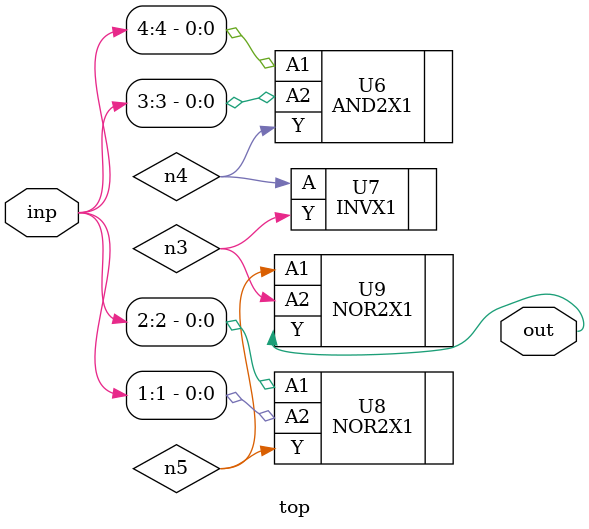
<source format=sv>


module top ( inp, out );
  input [4:0] inp;
  output out;
  wire   n3, n4, n5;

  AND2X1 U6 ( .A1(inp[4]), .A2(inp[3]), .Y(n4) );
  INVX1 U7 ( .A(n4), .Y(n3) );
  NOR2X1 U8 ( .A1(inp[2]), .A2(inp[1]), .Y(n5) );
  NOR2X1 U9 ( .A1(n5), .A2(n3), .Y(out) );
endmodule


</source>
